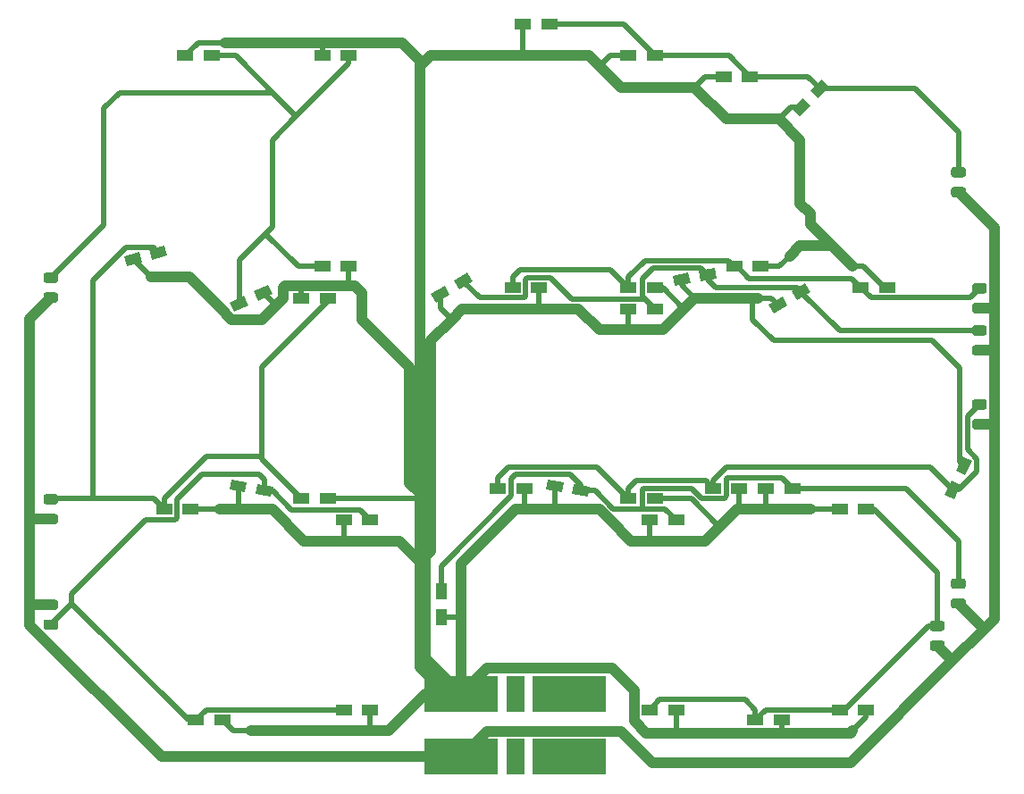
<source format=gbr>
%TF.GenerationSoftware,KiCad,Pcbnew,5.1.7-a382d34a8~88~ubuntu20.04.1*%
%TF.CreationDate,2021-01-12T19:29:10-08:00*%
%TF.ProjectId,kindcalmsafe,6b696e64-6361-46c6-9d73-6166652e6b69,rev?*%
%TF.SameCoordinates,Original*%
%TF.FileFunction,Copper,L2,Bot*%
%TF.FilePolarity,Positive*%
%FSLAX46Y46*%
G04 Gerber Fmt 4.6, Leading zero omitted, Abs format (unit mm)*
G04 Created by KiCad (PCBNEW 5.1.7-a382d34a8~88~ubuntu20.04.1) date 2021-01-12 19:29:10*
%MOMM*%
%LPD*%
G01*
G04 APERTURE LIST*
%TA.AperFunction,SMDPad,CuDef*%
%ADD10R,1.500000X1.000000*%
%TD*%
%TA.AperFunction,SMDPad,CuDef*%
%ADD11C,0.100000*%
%TD*%
%TA.AperFunction,SMDPad,CuDef*%
%ADD12R,1.000000X1.500000*%
%TD*%
%TA.AperFunction,SMDPad,CuDef*%
%ADD13R,6.908800X3.454400*%
%TD*%
%TA.AperFunction,SMDPad,CuDef*%
%ADD14R,1.727200X3.454400*%
%TD*%
%TA.AperFunction,Conductor*%
%ADD15C,1.000000*%
%TD*%
%TA.AperFunction,Conductor*%
%ADD16C,0.500000*%
%TD*%
G04 APERTURE END LIST*
%TO.P,R2,2*%
%TO.N,/BANK2*%
%TA.AperFunction,SMDPad,CuDef*%
G36*
G01*
X142456250Y-74550000D02*
X141543750Y-74550000D01*
G75*
G02*
X141300000Y-74306250I0J243750D01*
G01*
X141300000Y-73818750D01*
G75*
G02*
X141543750Y-73575000I243750J0D01*
G01*
X142456250Y-73575000D01*
G75*
G02*
X142700000Y-73818750I0J-243750D01*
G01*
X142700000Y-74306250D01*
G75*
G02*
X142456250Y-74550000I-243750J0D01*
G01*
G37*
%TD.AperFunction*%
%TO.P,R2,1*%
%TO.N,+3V3*%
%TA.AperFunction,SMDPad,CuDef*%
G36*
G01*
X142456250Y-76425000D02*
X141543750Y-76425000D01*
G75*
G02*
X141300000Y-76181250I0J243750D01*
G01*
X141300000Y-75693750D01*
G75*
G02*
X141543750Y-75450000I243750J0D01*
G01*
X142456250Y-75450000D01*
G75*
G02*
X142700000Y-75693750I0J-243750D01*
G01*
X142700000Y-76181250D01*
G75*
G02*
X142456250Y-76425000I-243750J0D01*
G01*
G37*
%TD.AperFunction*%
%TD*%
%TO.P,R9,2*%
%TO.N,/BANK9*%
%TA.AperFunction,SMDPad,CuDef*%
G36*
G01*
X140456250Y-117550000D02*
X139543750Y-117550000D01*
G75*
G02*
X139300000Y-117306250I0J243750D01*
G01*
X139300000Y-116818750D01*
G75*
G02*
X139543750Y-116575000I243750J0D01*
G01*
X140456250Y-116575000D01*
G75*
G02*
X140700000Y-116818750I0J-243750D01*
G01*
X140700000Y-117306250D01*
G75*
G02*
X140456250Y-117550000I-243750J0D01*
G01*
G37*
%TD.AperFunction*%
%TO.P,R9,1*%
%TO.N,+3V3*%
%TA.AperFunction,SMDPad,CuDef*%
G36*
G01*
X140456250Y-119425000D02*
X139543750Y-119425000D01*
G75*
G02*
X139300000Y-119181250I0J243750D01*
G01*
X139300000Y-118693750D01*
G75*
G02*
X139543750Y-118450000I243750J0D01*
G01*
X140456250Y-118450000D01*
G75*
G02*
X140700000Y-118693750I0J-243750D01*
G01*
X140700000Y-119181250D01*
G75*
G02*
X140456250Y-119425000I-243750J0D01*
G01*
G37*
%TD.AperFunction*%
%TD*%
%TO.P,R8,2*%
%TO.N,/BANK8*%
%TA.AperFunction,SMDPad,CuDef*%
G36*
G01*
X142456250Y-113550000D02*
X141543750Y-113550000D01*
G75*
G02*
X141300000Y-113306250I0J243750D01*
G01*
X141300000Y-112818750D01*
G75*
G02*
X141543750Y-112575000I243750J0D01*
G01*
X142456250Y-112575000D01*
G75*
G02*
X142700000Y-112818750I0J-243750D01*
G01*
X142700000Y-113306250D01*
G75*
G02*
X142456250Y-113550000I-243750J0D01*
G01*
G37*
%TD.AperFunction*%
%TO.P,R8,1*%
%TO.N,+3V3*%
%TA.AperFunction,SMDPad,CuDef*%
G36*
G01*
X142456250Y-115425000D02*
X141543750Y-115425000D01*
G75*
G02*
X141300000Y-115181250I0J243750D01*
G01*
X141300000Y-114693750D01*
G75*
G02*
X141543750Y-114450000I243750J0D01*
G01*
X142456250Y-114450000D01*
G75*
G02*
X142700000Y-114693750I0J-243750D01*
G01*
X142700000Y-115181250D01*
G75*
G02*
X142456250Y-115425000I-243750J0D01*
G01*
G37*
%TD.AperFunction*%
%TD*%
%TO.P,R7,2*%
%TO.N,/BANK7*%
%TA.AperFunction,SMDPad,CuDef*%
G36*
G01*
X55543750Y-116450000D02*
X56456250Y-116450000D01*
G75*
G02*
X56700000Y-116693750I0J-243750D01*
G01*
X56700000Y-117181250D01*
G75*
G02*
X56456250Y-117425000I-243750J0D01*
G01*
X55543750Y-117425000D01*
G75*
G02*
X55300000Y-117181250I0J243750D01*
G01*
X55300000Y-116693750D01*
G75*
G02*
X55543750Y-116450000I243750J0D01*
G01*
G37*
%TD.AperFunction*%
%TO.P,R7,1*%
%TO.N,+3V3*%
%TA.AperFunction,SMDPad,CuDef*%
G36*
G01*
X55543750Y-114575000D02*
X56456250Y-114575000D01*
G75*
G02*
X56700000Y-114818750I0J-243750D01*
G01*
X56700000Y-115306250D01*
G75*
G02*
X56456250Y-115550000I-243750J0D01*
G01*
X55543750Y-115550000D01*
G75*
G02*
X55300000Y-115306250I0J243750D01*
G01*
X55300000Y-114818750D01*
G75*
G02*
X55543750Y-114575000I243750J0D01*
G01*
G37*
%TD.AperFunction*%
%TD*%
%TO.P,R6,2*%
%TO.N,/BANK6*%
%TA.AperFunction,SMDPad,CuDef*%
G36*
G01*
X144456250Y-96550000D02*
X143543750Y-96550000D01*
G75*
G02*
X143300000Y-96306250I0J243750D01*
G01*
X143300000Y-95818750D01*
G75*
G02*
X143543750Y-95575000I243750J0D01*
G01*
X144456250Y-95575000D01*
G75*
G02*
X144700000Y-95818750I0J-243750D01*
G01*
X144700000Y-96306250D01*
G75*
G02*
X144456250Y-96550000I-243750J0D01*
G01*
G37*
%TD.AperFunction*%
%TO.P,R6,1*%
%TO.N,+3V3*%
%TA.AperFunction,SMDPad,CuDef*%
G36*
G01*
X144456250Y-98425000D02*
X143543750Y-98425000D01*
G75*
G02*
X143300000Y-98181250I0J243750D01*
G01*
X143300000Y-97693750D01*
G75*
G02*
X143543750Y-97450000I243750J0D01*
G01*
X144456250Y-97450000D01*
G75*
G02*
X144700000Y-97693750I0J-243750D01*
G01*
X144700000Y-98181250D01*
G75*
G02*
X144456250Y-98425000I-243750J0D01*
G01*
G37*
%TD.AperFunction*%
%TD*%
%TO.P,R5,2*%
%TO.N,/BANK5*%
%TA.AperFunction,SMDPad,CuDef*%
G36*
G01*
X144456250Y-89550000D02*
X143543750Y-89550000D01*
G75*
G02*
X143300000Y-89306250I0J243750D01*
G01*
X143300000Y-88818750D01*
G75*
G02*
X143543750Y-88575000I243750J0D01*
G01*
X144456250Y-88575000D01*
G75*
G02*
X144700000Y-88818750I0J-243750D01*
G01*
X144700000Y-89306250D01*
G75*
G02*
X144456250Y-89550000I-243750J0D01*
G01*
G37*
%TD.AperFunction*%
%TO.P,R5,1*%
%TO.N,+3V3*%
%TA.AperFunction,SMDPad,CuDef*%
G36*
G01*
X144456250Y-91425000D02*
X143543750Y-91425000D01*
G75*
G02*
X143300000Y-91181250I0J243750D01*
G01*
X143300000Y-90693750D01*
G75*
G02*
X143543750Y-90450000I243750J0D01*
G01*
X144456250Y-90450000D01*
G75*
G02*
X144700000Y-90693750I0J-243750D01*
G01*
X144700000Y-91181250D01*
G75*
G02*
X144456250Y-91425000I-243750J0D01*
G01*
G37*
%TD.AperFunction*%
%TD*%
%TO.P,R4,2*%
%TO.N,/BANK4*%
%TA.AperFunction,SMDPad,CuDef*%
G36*
G01*
X144456250Y-85550000D02*
X143543750Y-85550000D01*
G75*
G02*
X143300000Y-85306250I0J243750D01*
G01*
X143300000Y-84818750D01*
G75*
G02*
X143543750Y-84575000I243750J0D01*
G01*
X144456250Y-84575000D01*
G75*
G02*
X144700000Y-84818750I0J-243750D01*
G01*
X144700000Y-85306250D01*
G75*
G02*
X144456250Y-85550000I-243750J0D01*
G01*
G37*
%TD.AperFunction*%
%TO.P,R4,1*%
%TO.N,+3V3*%
%TA.AperFunction,SMDPad,CuDef*%
G36*
G01*
X144456250Y-87425000D02*
X143543750Y-87425000D01*
G75*
G02*
X143300000Y-87181250I0J243750D01*
G01*
X143300000Y-86693750D01*
G75*
G02*
X143543750Y-86450000I243750J0D01*
G01*
X144456250Y-86450000D01*
G75*
G02*
X144700000Y-86693750I0J-243750D01*
G01*
X144700000Y-87181250D01*
G75*
G02*
X144456250Y-87425000I-243750J0D01*
G01*
G37*
%TD.AperFunction*%
%TD*%
%TO.P,R3,2*%
%TO.N,/BANK3*%
%TA.AperFunction,SMDPad,CuDef*%
G36*
G01*
X56456250Y-105550000D02*
X55543750Y-105550000D01*
G75*
G02*
X55300000Y-105306250I0J243750D01*
G01*
X55300000Y-104818750D01*
G75*
G02*
X55543750Y-104575000I243750J0D01*
G01*
X56456250Y-104575000D01*
G75*
G02*
X56700000Y-104818750I0J-243750D01*
G01*
X56700000Y-105306250D01*
G75*
G02*
X56456250Y-105550000I-243750J0D01*
G01*
G37*
%TD.AperFunction*%
%TO.P,R3,1*%
%TO.N,+3V3*%
%TA.AperFunction,SMDPad,CuDef*%
G36*
G01*
X56456250Y-107425000D02*
X55543750Y-107425000D01*
G75*
G02*
X55300000Y-107181250I0J243750D01*
G01*
X55300000Y-106693750D01*
G75*
G02*
X55543750Y-106450000I243750J0D01*
G01*
X56456250Y-106450000D01*
G75*
G02*
X56700000Y-106693750I0J-243750D01*
G01*
X56700000Y-107181250D01*
G75*
G02*
X56456250Y-107425000I-243750J0D01*
G01*
G37*
%TD.AperFunction*%
%TD*%
%TO.P,R1,2*%
%TO.N,/BANK1*%
%TA.AperFunction,SMDPad,CuDef*%
G36*
G01*
X56456250Y-84550000D02*
X55543750Y-84550000D01*
G75*
G02*
X55300000Y-84306250I0J243750D01*
G01*
X55300000Y-83818750D01*
G75*
G02*
X55543750Y-83575000I243750J0D01*
G01*
X56456250Y-83575000D01*
G75*
G02*
X56700000Y-83818750I0J-243750D01*
G01*
X56700000Y-84306250D01*
G75*
G02*
X56456250Y-84550000I-243750J0D01*
G01*
G37*
%TD.AperFunction*%
%TO.P,R1,1*%
%TO.N,+3V3*%
%TA.AperFunction,SMDPad,CuDef*%
G36*
G01*
X56456250Y-86425000D02*
X55543750Y-86425000D01*
G75*
G02*
X55300000Y-86181250I0J243750D01*
G01*
X55300000Y-85693750D01*
G75*
G02*
X55543750Y-85450000I243750J0D01*
G01*
X56456250Y-85450000D01*
G75*
G02*
X56700000Y-85693750I0J-243750D01*
G01*
X56700000Y-86181250D01*
G75*
G02*
X56456250Y-86425000I-243750J0D01*
G01*
G37*
%TD.AperFunction*%
%TD*%
D10*
%TO.P,D36,2*%
%TO.N,/BANK9*%
X130750000Y-125000000D03*
%TO.P,D36,1*%
%TO.N,GND*%
X133250000Y-125000000D03*
%TD*%
%TO.P,D35,2*%
%TO.N,/BANK9*%
X122750000Y-126000000D03*
%TO.P,D35,1*%
%TO.N,GND*%
X125250000Y-126000000D03*
%TD*%
%TO.P,D34,2*%
%TO.N,/BANK9*%
X112750000Y-125000000D03*
%TO.P,D34,1*%
%TO.N,GND*%
X115250000Y-125000000D03*
%TD*%
%TO.P,D33,2*%
%TO.N,/BANK9*%
X133250000Y-106000000D03*
%TO.P,D33,1*%
%TO.N,GND*%
X130750000Y-106000000D03*
%TD*%
%TO.P,D32,2*%
%TO.N,/BANK8*%
X126250000Y-104000000D03*
%TO.P,D32,1*%
%TO.N,GND*%
X123750000Y-104000000D03*
%TD*%
%TO.P,D31,2*%
%TO.N,/BANK8*%
X115250000Y-107000000D03*
%TO.P,D31,1*%
%TO.N,GND*%
X112750000Y-107000000D03*
%TD*%
%TA.AperFunction,SMDPad,CuDef*%
D11*
%TO.P,D30,2*%
%TO.N,/BANK8*%
G36*
X105579228Y-103594420D02*
G01*
X107056440Y-103854892D01*
X106882792Y-104839700D01*
X105405580Y-104579228D01*
X105579228Y-103594420D01*
G37*
%TD.AperFunction*%
%TA.AperFunction,SMDPad,CuDef*%
%TO.P,D30,1*%
%TO.N,GND*%
G36*
X103117208Y-103160300D02*
G01*
X104594420Y-103420772D01*
X104420772Y-104405580D01*
X102943560Y-104145108D01*
X103117208Y-103160300D01*
G37*
%TD.AperFunction*%
%TD*%
D12*
%TO.P,D29,2*%
%TO.N,/BANK8*%
X93000000Y-113750000D03*
%TO.P,D29,1*%
%TO.N,GND*%
X93000000Y-116250000D03*
%TD*%
D10*
%TO.P,D28,2*%
%TO.N,/BANK7*%
X83750000Y-125000000D03*
%TO.P,D28,1*%
%TO.N,GND*%
X86250000Y-125000000D03*
%TD*%
%TO.P,D27,2*%
%TO.N,/BANK7*%
X69750000Y-126000000D03*
%TO.P,D27,1*%
%TO.N,GND*%
X72250000Y-126000000D03*
%TD*%
%TO.P,D26,2*%
%TO.N,/BANK7*%
X86250000Y-107000000D03*
%TO.P,D26,1*%
%TO.N,GND*%
X83750000Y-107000000D03*
%TD*%
%TA.AperFunction,SMDPad,CuDef*%
D11*
%TO.P,D25,2*%
%TO.N,/BANK7*%
G36*
X75579228Y-103594420D02*
G01*
X77056440Y-103854892D01*
X76882792Y-104839700D01*
X75405580Y-104579228D01*
X75579228Y-103594420D01*
G37*
%TD.AperFunction*%
%TA.AperFunction,SMDPad,CuDef*%
%TO.P,D25,1*%
%TO.N,GND*%
G36*
X73117208Y-103160300D02*
G01*
X74594420Y-103420772D01*
X74420772Y-104405580D01*
X72943560Y-104145108D01*
X73117208Y-103160300D01*
G37*
%TD.AperFunction*%
%TD*%
%TA.AperFunction,SMDPad,CuDef*%
%TO.P,D24,2*%
%TO.N,/BANK6*%
G36*
X142241845Y-103664463D02*
G01*
X141607917Y-105023925D01*
X140701609Y-104601307D01*
X141335537Y-103241845D01*
X142241845Y-103664463D01*
G37*
%TD.AperFunction*%
%TA.AperFunction,SMDPad,CuDef*%
%TO.P,D24,1*%
%TO.N,GND*%
G36*
X143298391Y-101398693D02*
G01*
X142664463Y-102758155D01*
X141758155Y-102335537D01*
X142392083Y-100976075D01*
X143298391Y-101398693D01*
G37*
%TD.AperFunction*%
%TD*%
D10*
%TO.P,D23,2*%
%TO.N,/BANK6*%
X118750000Y-104000000D03*
%TO.P,D23,1*%
%TO.N,GND*%
X121250000Y-104000000D03*
%TD*%
%TO.P,D22,2*%
%TO.N,/BANK6*%
X110750000Y-105000000D03*
%TO.P,D22,1*%
%TO.N,GND*%
X113250000Y-105000000D03*
%TD*%
%TO.P,D21,2*%
%TO.N,/BANK6*%
X98350000Y-104000000D03*
%TO.P,D21,1*%
%TO.N,GND*%
X100850000Y-104000000D03*
%TD*%
%TA.AperFunction,SMDPad,CuDef*%
D11*
%TO.P,D20,2*%
%TO.N,/BANK5*%
G36*
X126183013Y-85316987D02*
G01*
X127482051Y-84566987D01*
X127982051Y-85433013D01*
X126683013Y-86183013D01*
X126183013Y-85316987D01*
G37*
%TD.AperFunction*%
%TA.AperFunction,SMDPad,CuDef*%
%TO.P,D20,1*%
%TO.N,GND*%
G36*
X124017949Y-86566987D02*
G01*
X125316987Y-85816987D01*
X125816987Y-86683013D01*
X124517949Y-87433013D01*
X124017949Y-86566987D01*
G37*
%TD.AperFunction*%
%TD*%
%TA.AperFunction,SMDPad,CuDef*%
%TO.P,D19,2*%
%TO.N,/BANK5*%
G36*
X117405580Y-83420772D02*
G01*
X118882792Y-83160300D01*
X119056440Y-84145108D01*
X117579228Y-84405580D01*
X117405580Y-83420772D01*
G37*
%TD.AperFunction*%
%TA.AperFunction,SMDPad,CuDef*%
%TO.P,D19,1*%
%TO.N,GND*%
G36*
X114943560Y-83854892D02*
G01*
X116420772Y-83594420D01*
X116594420Y-84579228D01*
X115117208Y-84839700D01*
X114943560Y-83854892D01*
G37*
%TD.AperFunction*%
%TD*%
D10*
%TO.P,D18,2*%
%TO.N,/BANK5*%
X113250000Y-87000000D03*
%TO.P,D18,1*%
%TO.N,GND*%
X110750000Y-87000000D03*
%TD*%
%TA.AperFunction,SMDPad,CuDef*%
D11*
%TO.P,D17,2*%
%TO.N,/BANK5*%
G36*
X94183013Y-84316987D02*
G01*
X95482051Y-83566987D01*
X95982051Y-84433013D01*
X94683013Y-85183013D01*
X94183013Y-84316987D01*
G37*
%TD.AperFunction*%
%TA.AperFunction,SMDPad,CuDef*%
%TO.P,D17,1*%
%TO.N,GND*%
G36*
X92017949Y-85566987D02*
G01*
X93316987Y-84816987D01*
X93816987Y-85683013D01*
X92517949Y-86433013D01*
X92017949Y-85566987D01*
G37*
%TD.AperFunction*%
%TD*%
D10*
%TO.P,D16,2*%
%TO.N,/BANK4*%
X132750000Y-85000000D03*
%TO.P,D16,1*%
%TO.N,GND*%
X135250000Y-85000000D03*
%TD*%
%TO.P,D15,2*%
%TO.N,/BANK4*%
X120750000Y-83000000D03*
%TO.P,D15,1*%
%TO.N,GND*%
X123250000Y-83000000D03*
%TD*%
%TO.P,D14,2*%
%TO.N,/BANK4*%
X110750000Y-85000000D03*
%TO.P,D14,1*%
%TO.N,GND*%
X113250000Y-85000000D03*
%TD*%
%TO.P,D13,2*%
%TO.N,/BANK4*%
X99750000Y-85000000D03*
%TO.P,D13,1*%
%TO.N,GND*%
X102250000Y-85000000D03*
%TD*%
%TO.P,D12,2*%
%TO.N,/BANK3*%
X79750000Y-105000000D03*
%TO.P,D12,1*%
%TO.N,GND*%
X82250000Y-105000000D03*
%TD*%
%TO.P,D11,2*%
%TO.N,/BANK3*%
X66750000Y-106000000D03*
%TO.P,D11,1*%
%TO.N,GND*%
X69250000Y-106000000D03*
%TD*%
%TO.P,D10,2*%
%TO.N,/BANK3*%
X82250000Y-86000000D03*
%TO.P,D10,1*%
%TO.N,GND*%
X79750000Y-86000000D03*
%TD*%
%TA.AperFunction,SMDPad,CuDef*%
D11*
%TO.P,D9,2*%
%TO.N,/BANK3*%
G36*
X65353553Y-81387627D02*
G01*
X66802442Y-80999399D01*
X67061261Y-81965325D01*
X65612372Y-82353553D01*
X65353553Y-81387627D01*
G37*
%TD.AperFunction*%
%TA.AperFunction,SMDPad,CuDef*%
%TO.P,D9,1*%
%TO.N,GND*%
G36*
X62938739Y-82034675D02*
G01*
X64387628Y-81646447D01*
X64646447Y-82612373D01*
X63197558Y-83000601D01*
X62938739Y-82034675D01*
G37*
%TD.AperFunction*%
%TD*%
%TA.AperFunction,SMDPad,CuDef*%
%TO.P,D8,2*%
%TO.N,/BANK2*%
G36*
X128000000Y-66292894D02*
G01*
X129060660Y-65232234D01*
X129767766Y-65939340D01*
X128707106Y-67000000D01*
X128000000Y-66292894D01*
G37*
%TD.AperFunction*%
%TA.AperFunction,SMDPad,CuDef*%
%TO.P,D8,1*%
%TO.N,GND*%
G36*
X126232234Y-68060660D02*
G01*
X127292894Y-67000000D01*
X128000000Y-67707106D01*
X126939340Y-68767766D01*
X126232234Y-68060660D01*
G37*
%TD.AperFunction*%
%TD*%
D10*
%TO.P,D7,2*%
%TO.N,/BANK2*%
X122250000Y-65000000D03*
%TO.P,D7,1*%
%TO.N,GND*%
X119750000Y-65000000D03*
%TD*%
%TO.P,D6,2*%
%TO.N,/BANK2*%
X113250000Y-63000000D03*
%TO.P,D6,1*%
%TO.N,GND*%
X110750000Y-63000000D03*
%TD*%
%TO.P,D5,2*%
%TO.N,/BANK2*%
X103250000Y-60000000D03*
%TO.P,D5,1*%
%TO.N,GND*%
X100750000Y-60000000D03*
%TD*%
%TA.AperFunction,SMDPad,CuDef*%
D11*
%TO.P,D4,2*%
%TO.N,/BANK1*%
G36*
X74758155Y-86664463D02*
G01*
X73398693Y-87298391D01*
X72976075Y-86392083D01*
X74335537Y-85758155D01*
X74758155Y-86664463D01*
G37*
%TD.AperFunction*%
%TA.AperFunction,SMDPad,CuDef*%
%TO.P,D4,1*%
%TO.N,GND*%
G36*
X77023925Y-85607917D02*
G01*
X75664463Y-86241845D01*
X75241845Y-85335537D01*
X76601307Y-84701609D01*
X77023925Y-85607917D01*
G37*
%TD.AperFunction*%
%TD*%
D10*
%TO.P,D3,2*%
%TO.N,/BANK1*%
X81750000Y-83000000D03*
%TO.P,D3,1*%
%TO.N,GND*%
X84250000Y-83000000D03*
%TD*%
%TO.P,D2,2*%
%TO.N,/BANK1*%
X84250000Y-63000000D03*
%TO.P,D2,1*%
%TO.N,GND*%
X81750000Y-63000000D03*
%TD*%
%TO.P,D1,2*%
%TO.N,/BANK1*%
X71250000Y-63000000D03*
%TO.P,D1,1*%
%TO.N,GND*%
X68750000Y-63000000D03*
%TD*%
D13*
%TO.P,X1,2*%
%TO.N,GND*%
X94869200Y-123482800D03*
%TO.P,X1,1*%
%TO.N,+3V3*%
X94869200Y-129477200D03*
D14*
%TO.P,X1,4*%
%TO.N,Net-(X1-Pad4)*%
X100000000Y-123482800D03*
%TO.P,X1,3*%
%TO.N,Net-(X1-Pad3)*%
X100000000Y-129477200D03*
D13*
%TO.P,X1,6*%
%TO.N,Net-(X1-Pad6)*%
X105130800Y-123482800D03*
%TO.P,X1,5*%
%TO.N,Net-(X1-Pad5)*%
X105130800Y-129477200D03*
%TD*%
D15*
%TO.N,GND*%
X94869200Y-111130800D02*
X100000000Y-106000000D01*
X108000000Y-106000000D02*
X109000000Y-107000000D01*
X109000000Y-107000000D02*
X111000000Y-109000000D01*
X111299999Y-126060001D02*
X112439999Y-127200001D01*
X111299999Y-123210397D02*
X111299999Y-126060001D01*
X109145201Y-121055599D02*
X111299999Y-123210397D01*
X97296401Y-121055599D02*
X109145201Y-121055599D01*
X94869200Y-123482800D02*
X97296401Y-121055599D01*
X131799999Y-127200001D02*
X132000000Y-127000000D01*
X91000000Y-111000000D02*
X90000000Y-110000000D01*
X90000000Y-110000000D02*
X89000000Y-109000000D01*
X80000000Y-109000000D02*
X77000000Y-106000000D01*
X91000000Y-65000000D02*
X91000000Y-64000000D01*
X91000000Y-64000000D02*
X92000000Y-63000000D01*
X110000000Y-66000000D02*
X117000000Y-66000000D01*
X117000000Y-66000000D02*
X120000000Y-69000000D01*
X120000000Y-69000000D02*
X125000000Y-69000000D01*
X125000000Y-69000000D02*
X127000000Y-71000000D01*
X127000000Y-71000000D02*
X127000000Y-77000000D01*
X127000000Y-77000000D02*
X128000000Y-78000000D01*
X128000000Y-78000000D02*
X128000000Y-79000000D01*
X92000000Y-110000000D02*
X92000000Y-90000000D01*
X95000000Y-87000000D02*
X102000000Y-87000000D01*
X102000000Y-87000000D02*
X106000000Y-87000000D01*
X106000000Y-87000000D02*
X108000000Y-89000000D01*
X128000000Y-79000000D02*
X130000000Y-81000000D01*
X130000000Y-81000000D02*
X127000000Y-81000000D01*
X130000000Y-81000000D02*
X132000000Y-83000000D01*
X127000000Y-81000000D02*
X126000000Y-82000000D01*
D16*
X133000000Y-83000000D02*
X132000000Y-83000000D01*
X135000000Y-85000000D02*
X133000000Y-83000000D01*
X135250000Y-85000000D02*
X135000000Y-85000000D01*
X125000000Y-83000000D02*
X126000000Y-82000000D01*
X123250000Y-83000000D02*
X125000000Y-83000000D01*
X126116117Y-67883883D02*
X125000000Y-69000000D01*
X127116117Y-67883883D02*
X126116117Y-67883883D01*
X118000000Y-65000000D02*
X117000000Y-66000000D01*
X119750000Y-65000000D02*
X118000000Y-65000000D01*
X109000000Y-63000000D02*
X108000000Y-64000000D01*
X110750000Y-63000000D02*
X109000000Y-63000000D01*
D15*
X108000000Y-64000000D02*
X110000000Y-66000000D01*
X107000000Y-63000000D02*
X108000000Y-64000000D01*
D16*
X100750000Y-60000000D02*
X100750000Y-62750000D01*
D15*
X101000000Y-63000000D02*
X107000000Y-63000000D01*
D16*
X100750000Y-62750000D02*
X101000000Y-63000000D01*
D15*
X92000000Y-63000000D02*
X101000000Y-63000000D01*
D16*
X92917468Y-86917468D02*
X94000000Y-88000000D01*
X92917468Y-85625000D02*
X92917468Y-86917468D01*
D15*
X94000000Y-88000000D02*
X95000000Y-87000000D01*
X92000000Y-90000000D02*
X94000000Y-88000000D01*
D16*
X102250000Y-86750000D02*
X102000000Y-87000000D01*
X102250000Y-85000000D02*
X102250000Y-86750000D01*
X110750000Y-88750000D02*
X111000000Y-89000000D01*
X110750000Y-87000000D02*
X110750000Y-88750000D01*
D15*
X111000000Y-89000000D02*
X114000000Y-89000000D01*
X108000000Y-89000000D02*
X111000000Y-89000000D01*
D16*
X114000000Y-85000000D02*
X116000000Y-87000000D01*
X113250000Y-85000000D02*
X114000000Y-85000000D01*
D15*
X116000000Y-87000000D02*
X117000000Y-86000000D01*
X114000000Y-89000000D02*
X116000000Y-87000000D01*
D16*
X115768990Y-84768990D02*
X117000000Y-86000000D01*
X115768990Y-84217060D02*
X115768990Y-84768990D01*
X124292468Y-86000000D02*
X124917468Y-86625000D01*
X123000000Y-86000000D02*
X124292468Y-86000000D01*
X100850000Y-105850000D02*
X101000000Y-106000000D01*
X100850000Y-104000000D02*
X100850000Y-105850000D01*
D15*
X100000000Y-106000000D02*
X101000000Y-106000000D01*
D16*
X103768990Y-105768990D02*
X104000000Y-106000000D01*
D15*
X104000000Y-106000000D02*
X108000000Y-106000000D01*
D16*
X103768990Y-103782940D02*
X103768990Y-105768990D01*
D15*
X101000000Y-106000000D02*
X104000000Y-106000000D01*
D16*
X112750000Y-108750000D02*
X113000000Y-109000000D01*
X112750000Y-107000000D02*
X112750000Y-108750000D01*
D15*
X113000000Y-109000000D02*
X118000000Y-109000000D01*
X111000000Y-109000000D02*
X113000000Y-109000000D01*
D16*
X116700033Y-105000000D02*
X119200033Y-107500000D01*
D15*
X118000000Y-109000000D02*
X119500000Y-107500000D01*
D16*
X113250000Y-105000000D02*
X116700033Y-105000000D01*
X119200033Y-107500000D02*
X119500000Y-107500000D01*
D15*
X119500000Y-107500000D02*
X121000000Y-106000000D01*
D16*
X130750000Y-106000000D02*
X128000000Y-106000000D01*
X123750000Y-105750000D02*
X124000000Y-106000000D01*
X123750000Y-104000000D02*
X123750000Y-105750000D01*
D15*
X124000000Y-106000000D02*
X128000000Y-106000000D01*
X121000000Y-106000000D02*
X124000000Y-106000000D01*
D16*
X121250000Y-105750000D02*
X121000000Y-106000000D01*
X121250000Y-104000000D02*
X121250000Y-105750000D01*
X115250000Y-127150002D02*
X115200001Y-127200001D01*
X115250000Y-125000000D02*
X115250000Y-127150002D01*
D15*
X112439999Y-127200001D02*
X115200001Y-127200001D01*
D16*
X125250000Y-127150002D02*
X125200001Y-127200001D01*
X125250000Y-126000000D02*
X125250000Y-127150002D01*
D15*
X125200001Y-127200001D02*
X131799999Y-127200001D01*
X115200001Y-127200001D02*
X125200001Y-127200001D01*
D16*
X133250000Y-125750000D02*
X132000000Y-127000000D01*
X133250000Y-125000000D02*
X133250000Y-125750000D01*
X94750000Y-116250000D02*
X94869200Y-116130800D01*
X93000000Y-116250000D02*
X94750000Y-116250000D01*
D15*
X94869200Y-116130800D02*
X94869200Y-111130800D01*
X94869200Y-123482800D02*
X94869200Y-116130800D01*
D16*
X83750000Y-108750000D02*
X84000000Y-109000000D01*
X83750000Y-107000000D02*
X83750000Y-108750000D01*
D15*
X84000000Y-109000000D02*
X80000000Y-109000000D01*
X89000000Y-109000000D02*
X84000000Y-109000000D01*
D16*
X73768990Y-105768990D02*
X74000000Y-106000000D01*
X73768990Y-103782940D02*
X73768990Y-105768990D01*
D15*
X74000000Y-106000000D02*
X72000000Y-106000000D01*
X77000000Y-106000000D02*
X74000000Y-106000000D01*
D16*
X69250000Y-106000000D02*
X72000000Y-106000000D01*
X82250000Y-105000000D02*
X91000000Y-105000000D01*
D15*
X91000000Y-111000000D02*
X91000000Y-105000000D01*
X94869200Y-123482800D02*
X91517200Y-123482800D01*
X91517200Y-123482800D02*
X88000000Y-127000000D01*
D16*
X73250000Y-127000000D02*
X72250000Y-126000000D01*
X75000000Y-127000000D02*
X73250000Y-127000000D01*
X86250000Y-126750000D02*
X86000000Y-127000000D01*
X86250000Y-125000000D02*
X86250000Y-126750000D01*
D15*
X86000000Y-127000000D02*
X75000000Y-127000000D01*
X88000000Y-127000000D02*
X86000000Y-127000000D01*
X91000000Y-84000000D02*
X91000000Y-65000000D01*
X91500000Y-110500000D02*
X91500000Y-120113600D01*
X91500000Y-120113600D02*
X94869200Y-123482800D01*
X91000000Y-111000000D02*
X91500000Y-110500000D01*
X91500000Y-110500000D02*
X92000000Y-110000000D01*
X91000000Y-111000000D02*
X91000000Y-121000000D01*
X93482800Y-123482800D02*
X94869200Y-123482800D01*
X91000000Y-121000000D02*
X93482800Y-123482800D01*
X91000000Y-105000000D02*
X91000000Y-104500000D01*
X91000000Y-104500000D02*
X91000000Y-84000000D01*
X73110336Y-88000000D02*
X72000000Y-86889664D01*
X72000000Y-86889664D02*
X69110336Y-84000000D01*
X69110336Y-84000000D02*
X65500000Y-84000000D01*
D16*
X64872612Y-83403543D02*
X63792593Y-82323524D01*
X64903543Y-83403543D02*
X64872612Y-83403543D01*
X65500000Y-84000000D02*
X64903543Y-83403543D01*
X76132885Y-87867115D02*
X76000000Y-88000000D01*
D15*
X76000000Y-88000000D02*
X73110336Y-88000000D01*
X78200001Y-84799999D02*
X78000000Y-85000000D01*
X85500000Y-85500000D02*
X84799999Y-84799999D01*
X78000000Y-85000000D02*
X78000000Y-86000000D01*
X85500000Y-88000000D02*
X85500000Y-85500000D01*
X90000000Y-92500000D02*
X85500000Y-88000000D01*
X90000000Y-103500000D02*
X90000000Y-92500000D01*
X91000000Y-104500000D02*
X90000000Y-103500000D01*
D16*
X84250000Y-84750000D02*
X84299999Y-84799999D01*
X84250000Y-83000000D02*
X84250000Y-84750000D01*
D15*
X84799999Y-84799999D02*
X84299999Y-84799999D01*
D16*
X79700001Y-85950001D02*
X79750000Y-86000000D01*
X79700001Y-84799999D02*
X79700001Y-85950001D01*
D15*
X84299999Y-84799999D02*
X79700001Y-84799999D01*
X79700001Y-84799999D02*
X78200001Y-84799999D01*
D16*
X76132885Y-85471727D02*
X77250000Y-86588842D01*
X77250000Y-86588842D02*
X77250000Y-86750000D01*
D15*
X77250000Y-86750000D02*
X76000000Y-88000000D01*
X78000000Y-86000000D02*
X77250000Y-86750000D01*
X91000000Y-64000000D02*
X91000000Y-63500000D01*
X91000000Y-63500000D02*
X89299999Y-61799999D01*
D16*
X69950001Y-61799999D02*
X68750000Y-63000000D01*
X72560001Y-61799999D02*
X69950001Y-61799999D01*
X81750000Y-61849998D02*
X81799999Y-61799999D01*
X81750000Y-63000000D02*
X81750000Y-61849998D01*
D15*
X81799999Y-61799999D02*
X72560001Y-61799999D01*
X89299999Y-61799999D02*
X81799999Y-61799999D01*
D16*
X139500000Y-90000000D02*
X124500000Y-90000000D01*
X122500000Y-88000000D02*
X122500000Y-86000000D01*
X124500000Y-90000000D02*
X122500000Y-88000000D01*
D15*
X122500000Y-86000000D02*
X123000000Y-86000000D01*
X117000000Y-86000000D02*
X122500000Y-86000000D01*
D16*
X142149979Y-92649979D02*
X139500000Y-90000000D01*
X142149979Y-101488821D02*
X142149979Y-92649979D01*
X142528273Y-101867115D02*
X142149979Y-101488821D01*
%TO.N,/BANK1*%
X84250000Y-63000000D02*
X84250000Y-63750000D01*
X77000000Y-71000000D02*
X77000000Y-79250000D01*
X73867115Y-86528273D02*
X73867115Y-82382885D01*
X79250000Y-68750000D02*
X77000000Y-71000000D01*
X71250000Y-63000000D02*
X73500000Y-63000000D01*
X84250000Y-63750000D02*
X79250000Y-68750000D01*
X62500000Y-66500000D02*
X77000000Y-66500000D01*
X77000000Y-66500000D02*
X77500000Y-67000000D01*
X61000000Y-68000000D02*
X62500000Y-66500000D01*
X61000000Y-79062500D02*
X61000000Y-68000000D01*
X56000000Y-84062500D02*
X61000000Y-79062500D01*
X77500000Y-67000000D02*
X79250000Y-68750000D01*
X73500000Y-63000000D02*
X77500000Y-67000000D01*
X81750000Y-83000000D02*
X79500000Y-83000000D01*
X79500000Y-83000000D02*
X76375000Y-79875000D01*
X76375000Y-79875000D02*
X77000000Y-79250000D01*
X73867115Y-82382885D02*
X76375000Y-79875000D01*
%TO.N,/BANK2*%
X110250000Y-60000000D02*
X113250000Y-63000000D01*
X103250000Y-60000000D02*
X110250000Y-60000000D01*
X120250000Y-63000000D02*
X122250000Y-65000000D01*
X113250000Y-63000000D02*
X120250000Y-63000000D01*
X127767766Y-65000000D02*
X128883883Y-66116117D01*
X122250000Y-65000000D02*
X127767766Y-65000000D01*
X128883883Y-66116117D02*
X137883883Y-66116117D01*
X142000000Y-70232234D02*
X142000000Y-74062500D01*
X137883883Y-66116117D02*
X142000000Y-70232234D01*
%TO.N,/BANK3*%
X76000000Y-101250000D02*
X79750000Y-105000000D01*
X82250000Y-86000000D02*
X82000000Y-86000000D01*
X76000000Y-101000000D02*
X76000000Y-101250000D01*
X66750000Y-106000000D02*
X65750000Y-105000000D01*
X56062500Y-105000000D02*
X56000000Y-105062500D01*
X65750000Y-105000000D02*
X56062500Y-105000000D01*
X70750000Y-101000000D02*
X76000000Y-101000000D01*
X66750000Y-106000000D02*
X66750000Y-105000000D01*
X66750000Y-105000000D02*
X70750000Y-101000000D01*
X63140565Y-81196437D02*
X60000000Y-84337002D01*
X65727368Y-81196437D02*
X63140565Y-81196437D01*
X66207407Y-81676476D02*
X65727368Y-81196437D01*
X60000000Y-84337002D02*
X60000000Y-105000000D01*
X82250000Y-86000000D02*
X82250000Y-86250000D01*
X76000000Y-92500000D02*
X76000000Y-101000000D01*
X82250000Y-86250000D02*
X76000000Y-92500000D01*
%TO.N,/BANK4*%
X131866977Y-84116977D02*
X132750000Y-85000000D01*
X122116977Y-84116977D02*
X131866977Y-84116977D01*
X121000000Y-83000000D02*
X122116977Y-84116977D01*
X120750000Y-83000000D02*
X121000000Y-83000000D01*
X110750000Y-85000000D02*
X110750000Y-84000000D01*
X110750000Y-84000000D02*
X112305601Y-82444399D01*
X112305601Y-82444399D02*
X120194399Y-82444399D01*
X120194399Y-82444399D02*
X120750000Y-83000000D01*
X99750000Y-85000000D02*
X99750000Y-84000000D01*
X100450011Y-83299989D02*
X109049989Y-83299989D01*
X109049989Y-83299989D02*
X110750000Y-85000000D01*
X99750000Y-84000000D02*
X100450011Y-83299989D01*
X143112499Y-85950001D02*
X144000000Y-85062500D01*
X133700001Y-85950001D02*
X143112499Y-85950001D01*
X132750000Y-85000000D02*
X133700001Y-85950001D01*
%TO.N,/BANK5*%
X126716507Y-85008975D02*
X119008975Y-85008975D01*
X127082532Y-85375000D02*
X126716507Y-85008975D01*
X118231010Y-84231010D02*
X118231010Y-83782940D01*
X119008975Y-85008975D02*
X118231010Y-84231010D01*
X112049999Y-85799999D02*
X113250000Y-87000000D01*
X118231010Y-83782940D02*
X117592480Y-83144410D01*
X112049999Y-84139999D02*
X112049999Y-85799999D01*
X117592480Y-83144410D02*
X113045588Y-83144410D01*
X113045588Y-83144410D02*
X112049999Y-84139999D01*
X100950001Y-85860001D02*
X100860001Y-85950001D01*
X100860001Y-85950001D02*
X96657533Y-85950001D01*
X100950001Y-84239997D02*
X100950001Y-85860001D01*
X101139999Y-84049999D02*
X100950001Y-84239997D01*
X96657533Y-85950001D02*
X95082532Y-84375000D01*
X103360001Y-84049999D02*
X101139999Y-84049999D01*
X105360001Y-86049999D02*
X103360001Y-84049999D01*
X112299999Y-86049999D02*
X105360001Y-86049999D01*
X113250000Y-87000000D02*
X112299999Y-86049999D01*
X130770032Y-89062500D02*
X144000000Y-89062500D01*
X127082532Y-85375000D02*
X130770032Y-89062500D01*
%TO.N,/BANK6*%
X98350000Y-104000000D02*
X98350000Y-103000000D01*
X98350000Y-103000000D02*
X99339721Y-102010279D01*
X99339721Y-102010279D02*
X107760279Y-102010279D01*
X107760279Y-102010279D02*
X110750000Y-105000000D01*
X118750000Y-103250000D02*
X118750000Y-104000000D01*
X120000000Y-102000000D02*
X118750000Y-103250000D01*
X139338842Y-102000000D02*
X120000000Y-102000000D01*
X141471727Y-104132885D02*
X139338842Y-102000000D01*
X110750000Y-105000000D02*
X110750000Y-104000000D01*
X110750000Y-104000000D02*
X111450011Y-103299989D01*
X111450011Y-103299989D02*
X118049989Y-103299989D01*
X118049989Y-103299989D02*
X118750000Y-104000000D01*
X142023416Y-104132885D02*
X141471727Y-104132885D01*
X143748401Y-102407900D02*
X142023416Y-104132885D01*
X143748401Y-101212291D02*
X143748401Y-102407900D01*
X142849990Y-97212510D02*
X142849990Y-100313880D01*
X144000000Y-96062500D02*
X142849990Y-97212510D01*
X142849990Y-100313880D02*
X143748401Y-101212291D01*
%TO.N,/BANK7*%
X76231010Y-104217060D02*
X76231010Y-103231010D01*
X75710290Y-102710290D02*
X70289710Y-102710290D01*
X76231010Y-103231010D02*
X75710290Y-102710290D01*
X67950001Y-106860001D02*
X67810002Y-107000000D01*
X67950001Y-105049999D02*
X67950001Y-106860001D01*
X70289710Y-102710290D02*
X67950001Y-105049999D01*
X67810002Y-107000000D02*
X65000000Y-107000000D01*
X65000000Y-107000000D02*
X58000000Y-114000000D01*
X58000000Y-114937500D02*
X56000000Y-116937500D01*
X58000000Y-114000000D02*
X58000000Y-114937500D01*
X70750000Y-125000000D02*
X69750000Y-126000000D01*
X83750000Y-125000000D02*
X70750000Y-125000000D01*
X69062500Y-126000000D02*
X58000000Y-114937500D01*
X69750000Y-126000000D02*
X69062500Y-126000000D01*
X85299999Y-106049999D02*
X78825519Y-106049999D01*
X86250000Y-107000000D02*
X85299999Y-106049999D01*
X78825519Y-106049999D02*
X76992580Y-104217060D01*
X76992580Y-104217060D02*
X76231010Y-104217060D01*
%TO.N,/BANK8*%
X115250000Y-107000000D02*
X114200001Y-105950001D01*
X93000000Y-111410002D02*
X93000000Y-113750000D01*
X99649999Y-104760003D02*
X93000000Y-111410002D01*
X100079708Y-102710290D02*
X99649999Y-103139999D01*
X105231953Y-102710290D02*
X100079708Y-102710290D01*
X106231010Y-103709347D02*
X105231953Y-102710290D01*
X99649999Y-103139999D02*
X99649999Y-104760003D01*
X106231010Y-104217060D02*
X106231010Y-103709347D01*
X126250000Y-104000000D02*
X137000000Y-104000000D01*
X142000000Y-109000000D02*
X142000000Y-113062500D01*
X137000000Y-104000000D02*
X142000000Y-109000000D01*
X114200001Y-105950001D02*
X112049999Y-105950001D01*
X107560578Y-104217060D02*
X106231010Y-104217060D01*
X112049999Y-105950001D02*
X109293519Y-105950001D01*
X109293519Y-105950001D02*
X107560578Y-104217060D01*
X112049999Y-104139999D02*
X112139999Y-104049999D01*
X112049999Y-105950001D02*
X112049999Y-104139999D01*
X112139999Y-104049999D02*
X116739996Y-104049999D01*
X116739996Y-104049999D02*
X117639998Y-104950001D01*
X125299999Y-103049999D02*
X126250000Y-104000000D01*
X120139999Y-103049999D02*
X125299999Y-103049999D01*
X120049999Y-103139999D02*
X120139999Y-103049999D01*
X119860001Y-104950001D02*
X120049999Y-104760003D01*
X120049999Y-104760003D02*
X120049999Y-103139999D01*
X117639998Y-104950001D02*
X119860001Y-104950001D01*
%TO.N,/BANK9*%
X133250000Y-106000000D02*
X134000000Y-106000000D01*
X140000000Y-112000000D02*
X140000000Y-117062500D01*
X134000000Y-106000000D02*
X140000000Y-112000000D01*
X131189998Y-125000000D02*
X130750000Y-125000000D01*
X139127498Y-117062500D02*
X131189998Y-125000000D01*
X140000000Y-117062500D02*
X139127498Y-117062500D01*
X123750000Y-125000000D02*
X122750000Y-126000000D01*
X130750000Y-125000000D02*
X123750000Y-125000000D01*
X113700001Y-124049999D02*
X112750000Y-125000000D01*
X121799999Y-124049999D02*
X113700001Y-124049999D01*
X122750000Y-125000000D02*
X121799999Y-124049999D01*
X122750000Y-126000000D02*
X122750000Y-125000000D01*
D15*
%TO.N,+3V3*%
X142000000Y-75937500D02*
X145400010Y-79337510D01*
X131772163Y-130000000D02*
X113000000Y-130000000D01*
X97296401Y-127049999D02*
X94869200Y-129477200D01*
X110049999Y-127049999D02*
X97296401Y-127049999D01*
X113000000Y-130000000D02*
X110049999Y-127049999D01*
X141386081Y-120323581D02*
X141386081Y-120386081D01*
X140000000Y-118937500D02*
X141386081Y-120323581D01*
X141386081Y-120386081D02*
X131772163Y-130000000D01*
X144386081Y-117323581D02*
X144386081Y-117386081D01*
X142000000Y-114937500D02*
X144386081Y-117323581D01*
X144386081Y-117386081D02*
X141386081Y-120386081D01*
X145062500Y-97937500D02*
X145400010Y-97599990D01*
X144000000Y-97937500D02*
X145062500Y-97937500D01*
X145062500Y-90937500D02*
X145400010Y-90599990D01*
X144000000Y-90937500D02*
X145062500Y-90937500D01*
X145400010Y-90599990D02*
X145400010Y-97599990D01*
X145062500Y-86937500D02*
X145400010Y-86599990D01*
X144000000Y-86937500D02*
X145062500Y-86937500D01*
X145400010Y-86599990D02*
X145400010Y-90599990D01*
X145400010Y-79337510D02*
X145400010Y-86599990D01*
X56000000Y-85937500D02*
X54000000Y-87937500D01*
X66505020Y-129477200D02*
X94869200Y-129477200D01*
X54000000Y-116972180D02*
X66505020Y-129477200D01*
X54062500Y-115062500D02*
X54000000Y-115000000D01*
X56000000Y-115062500D02*
X54062500Y-115062500D01*
X54000000Y-115000000D02*
X54000000Y-116972180D01*
X54062500Y-106937500D02*
X54000000Y-107000000D01*
X56000000Y-106937500D02*
X54062500Y-106937500D01*
X54000000Y-107000000D02*
X54000000Y-115000000D01*
X54000000Y-87937500D02*
X54000000Y-107000000D01*
X145400010Y-97599990D02*
X145400010Y-116372152D01*
X145400010Y-116372152D02*
X144386081Y-117386081D01*
%TD*%
M02*

</source>
